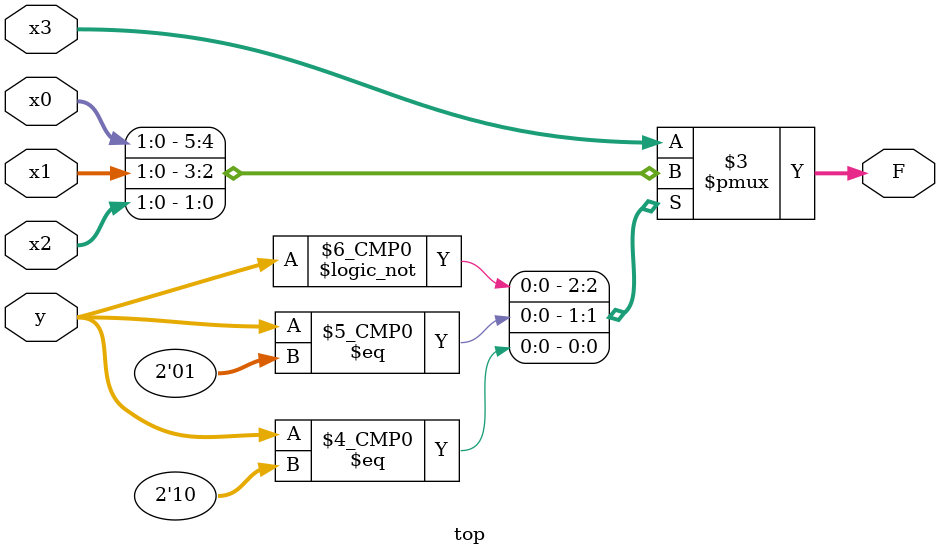
<source format=v>
module top (
input [1:0]y,
input [1:0]x0,
input [1:0]x1,
input [1:0]x2,
input [1:0]x3,
output reg[1:0] F
);
always @(*) begin
    case (y)
        'b00:F=x0;
         'b01:F=x1;
         'b10:F=x2;
        default: F=x3;
    endcase
end

endmodule
</source>
